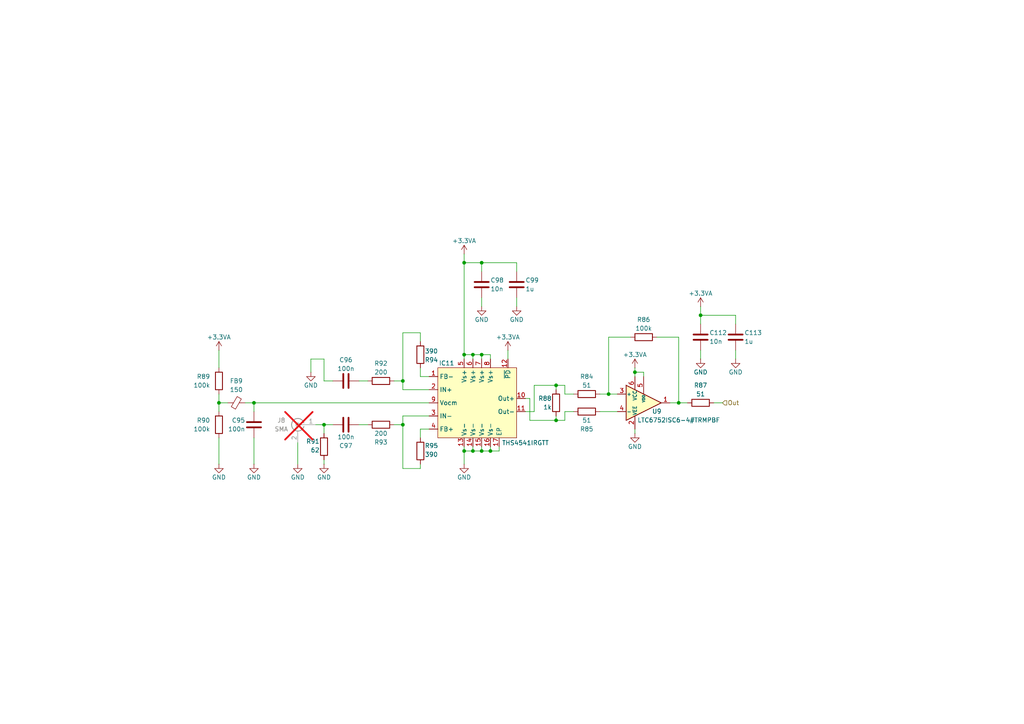
<source format=kicad_sch>
(kicad_sch (version 20250114) (generator "eeschema") (generator_version "9.0")
  (paper "A4")
  (lib_symbols
    (symbol "1_Symbol_Library:THS4541IRGTT"
      (property "Reference" "IC" (at 0 0 0))
      (property "Value" "THS4541IRGTT" (at 13.716 -11.43 0))
      (symbol "THS4541IRGTT_1_1"
        (rectangle (start -11.43 10.16) (end 11.43 -10.16) (fill (type background)))
        (pin passive line (at -13.97 7.62 0) (length 2.54) (name "FB-") (number "1"))
        (pin passive line (at -13.97 3.81 0) (length 2.54) (name "IN+") (number "2"))
        (pin passive line (at -13.97 0 0) (length 2.54) (name "Vocm") (number "9"))
        (pin passive line (at -13.97 -3.81 0) (length 2.54) (name "IN-") (number "3"))
        (pin passive line (at -13.97 -7.62 0) (length 2.54) (name "FB+") (number "4"))
        (pin passive line (at -3.81 12.7 270) (length 2.54) (name "Vs+") (number "5"))
        (pin passive line (at -3.81 -12.7 90) (length 2.54) (name "Vs-") (number "13"))
        (pin passive line (at -1.27 12.7 270) (length 2.54) (name "Vs+") (number "6"))
        (pin passive line (at -1.27 -12.7 90) (length 2.54) (name "Vs-") (number "14"))
        (pin passive line (at 1.27 12.7 270) (length 2.54) (name "Vs+") (number "7"))
        (pin passive line (at 1.27 -12.7 90) (length 2.54) (name "Vs-") (number "15"))
        (pin passive line (at 3.81 12.7 270) (length 2.54) (name "Vs+") (number "8"))
        (pin passive line (at 3.81 -12.7 90) (length 2.54) (name "Vs-") (number "16"))
        (pin passive line (at 6.35 -12.7 90) (length 2.54) (name "EP") (number "17"))
        (pin passive line (at 8.89 12.7 270) (length 2.54) (name "~{PD}") (number "12"))
        (pin passive line (at 13.97 1.27 180) (length 2.54) (name "Out+") (number "10"))
        (pin passive line (at 13.97 -2.54 180) (length 2.54) (name "Out-") (number "11"))
      )
    )
    (symbol "Comparator:LTC6752xSC6-4" (pin_names (offset 0.127))
      (property "Reference" "U" (at 3.81 -5.08 0))
      (property "Value" "LTC6752xSC6-4" (at 3.81 -7.62 0))
      (symbol "LTC6752xSC6-4_1_1"
        (polyline (pts (xy -5.08 5.08) (xy 5.08 0) (xy -5.08 -5.08) (xy -5.08 5.08)) (stroke (width 0.254)) (fill (type background)))
        (pin input line (at -7.62 2.54 0) (length 2.54) (name "+") (number "3"))
        (pin input line (at -7.62 -2.54 0) (length 2.54) (name "-") (number "4"))
        (pin power_in line (at -2.54 7.62 270) (length 3.81) (name "VCC") (number "6"))
        (pin power_in line (at -2.54 -7.62 90) (length 3.81) (name "VEE") (number "2"))
        (pin power_in line (at 0 7.62 270) (length 5.08) (name "VDD") (number "5"))
        (pin output line (at 7.62 0 180) (length 2.54) (name "~") (number "1"))
      )
    )
    (symbol "Connector:Conn_Coaxial" (pin_names (offset 1.016) (hide yes))
      (property "Reference" "J" (at 0.254 3.048 0))
      (property "Value" "Conn_Coaxial" (at 2.921 0 90))
      (symbol "Conn_Coaxial_0_1"
        (polyline (pts (xy -2.54 0) (xy -0.508 0)))
        (arc (start 1.778 0) (mid 0.222 -1.8079) (end -1.778 -0.508) (stroke (width 0.254)))
        (arc (start -1.778 0.508) (mid 0.2221 1.8084) (end 1.778 0) (stroke (width 0.254)))
        (circle (center 0 0) (radius 0.508) (stroke (width 0.2032)))
        (polyline (pts (xy 0 -2.54) (xy 0 -1.778)))
      )
      (symbol "Conn_Coaxial_1_1"
        (pin passive line (at -5.08 0 0) (length 2.54) (name "In") (number "1"))
        (pin passive line (at 0 -5.08 90) (length 2.54) (name "Ext") (number "2"))
      )
    )
    (symbol "Device:C" (pin_numbers (hide yes)) (pin_names (offset 0.254))
      (property "Reference" "C" (at 0.635 2.54 0))
      (property "Value" "C" (at 0.635 -2.54 0))
      (symbol "C_0_1"
        (polyline (pts (xy -2.032 0.762) (xy 2.032 0.762)) (stroke (width 0.508)))
        (polyline (pts (xy -2.032 -0.762) (xy 2.032 -0.762)) (stroke (width 0.508)))
      )
      (symbol "C_1_1"
        (pin passive line (at 0 3.81 270) (length 2.794) (name "~") (number "1"))
        (pin passive line (at 0 -3.81 90) (length 2.794) (name "~") (number "2"))
      )
    )
    (symbol "Device:FerriteBead_Small" (pin_numbers (hide yes)) (pin_names (offset 0))
      (property "Reference" "FB" (at 1.905 1.27 0))
      (property "Value" "FerriteBead_Small" (at 1.905 -1.27 0))
      (symbol "FerriteBead_Small_0_1"
        (polyline (pts (xy -1.8288 0.2794) (xy -1.1176 1.4986) (xy 1.8288 -0.2032) (xy 1.1176 -1.4224) (xy -1.8288 0.2794)))
        (polyline (pts (xy 0 0.889) (xy 0 1.2954)))
        (polyline (pts (xy 0 -1.27) (xy 0 -0.7874)))
      )
      (symbol "FerriteBead_Small_1_1"
        (pin passive line (at 0 2.54 270) (length 1.27) (name "~") (number "1"))
        (pin passive line (at 0 -2.54 90) (length 1.27) (name "~") (number "2"))
      )
    )
    (symbol "Device:R" (pin_numbers (hide yes)) (pin_names (offset 0))
      (property "Reference" "R" (at 2.032 0 90))
      (property "Value" "R" (at 0 0 90))
      (symbol "R_0_1"
        (rectangle (start -1.016 -2.54) (end 1.016 2.54) (stroke (width 0.254)))
      )
      (symbol "R_1_1"
        (pin passive line (at 0 3.81 270) (length 1.27) (name "~") (number "1"))
        (pin passive line (at 0 -3.81 90) (length 1.27) (name "~") (number "2"))
      )
    )
    (symbol "power:+3.3VA" (power) (pin_numbers (hide yes)) (pin_names (offset 0) (hide yes))
      (property "Value" "+3.3VA" (at 0 3.556 0))
      (symbol "+3.3VA_0_1"
        (polyline (pts (xy -0.762 1.27) (xy 0 2.54)))
        (polyline (pts (xy 0 2.54) (xy 0.762 1.27)))
        (polyline (pts (xy 0 0) (xy 0 2.54)))
      )
      (symbol "+3.3VA_1_1"
        (pin power_in line (at 0 0 90) (length 0) (name "~") (number "1"))
      )
    )
    (symbol "power:GND" (power) (pin_numbers (hide yes)) (pin_names (offset 0) (hide yes))
      (property "Value" "GND" (at 0 -3.81 0))
      (symbol "GND_0_1"
        (polyline (pts (xy 0 0) (xy 0 -1.27) (xy 1.27 -1.27) (xy 0 -2.54) (xy -1.27 -1.27) (xy 0 -1.27)))
      )
      (symbol "GND_1_1"
        (pin power_in line (at 0 0 270) (length 0) (name "~") (number "1"))
      )
    )
  )
  (junction (at 93.98 123.19))
  (junction (at 134.62 130.81))
  (junction (at 134.62 76.2))
  (junction (at 116.84 110.49))
  (junction (at 161.29 111.76))
  (junction (at 184.15 107.95))
  (junction (at 137.16 102.87))
  (junction (at 203.2 91.44))
  (junction (at 139.7 130.81))
  (junction (at 137.16 130.81))
  (junction (at 139.7 102.87))
  (junction (at 196.85 116.84))
  (junction (at 73.66 116.84))
  (junction (at 139.7 76.2))
  (junction (at 63.5 116.84))
  (junction (at 176.53 114.3))
  (junction (at 161.29 121.92))
  (junction (at 142.24 130.81))
  (junction (at 134.62 102.87))
  (junction (at 116.84 123.19))
  (wire (pts (xy 182.88 97.79) (xy 176.53 97.79)))
  (wire (pts (xy 184.15 109.22) (xy 184.15 107.95)))
  (wire (pts (xy 153.67 115.57) (xy 152.4 115.57)))
  (wire (pts (xy 144.78 130.81) (xy 142.24 130.81)))
  (wire (pts (xy 93.98 104.14) (xy 93.98 110.49)))
  (wire (pts (xy 134.62 102.87) (xy 134.62 104.14)))
  (wire (pts (xy 139.7 130.81) (xy 137.16 130.81)))
  (wire (pts (xy 114.3 110.49) (xy 116.84 110.49)))
  (wire (pts (xy 142.24 130.81) (xy 139.7 130.81)))
  (wire (pts (xy 163.83 114.3) (xy 166.37 114.3)))
  (wire (pts (xy 63.5 114.3) (xy 63.5 116.84)))
  (wire (pts (xy 213.36 101.6) (xy 213.36 104.14)))
  (wire (pts (xy 116.84 120.65) (xy 124.46 120.65)))
  (wire (pts (xy 139.7 129.54) (xy 139.7 130.81)))
  (wire (pts (xy 139.7 104.14) (xy 139.7 102.87)))
  (wire (pts (xy 184.15 107.95) (xy 186.69 107.95)))
  (wire (pts (xy 124.46 124.46) (xy 121.92 124.46)))
  (wire (pts (xy 161.29 111.76) (xy 163.83 111.76)))
  (wire (pts (xy 137.16 130.81) (xy 134.62 130.81)))
  (wire (pts (xy 116.84 110.49) (xy 116.84 113.03)))
  (wire (pts (xy 213.36 93.98) (xy 213.36 91.44)))
  (wire (pts (xy 161.29 113.03) (xy 161.29 111.76)))
  (wire (pts (xy 139.7 86.36) (xy 139.7 88.9)))
  (wire (pts (xy 121.92 135.89) (xy 116.84 135.89)))
  (wire (pts (xy 163.83 111.76) (xy 163.83 114.3)))
  (wire (pts (xy 121.92 109.22) (xy 121.92 106.68)))
  (wire (pts (xy 196.85 116.84) (xy 199.39 116.84)))
  (wire (pts (xy 134.62 130.81) (xy 134.62 134.62)))
  (wire (pts (xy 163.83 121.92) (xy 163.83 119.38)))
  (wire (pts (xy 163.83 119.38) (xy 166.37 119.38)))
  (wire (pts (xy 213.36 91.44) (xy 203.2 91.44)))
  (wire (pts (xy 190.5 97.79) (xy 196.85 97.79)))
  (wire (pts (xy 93.98 110.49) (xy 96.52 110.49)))
  (wire (pts (xy 142.24 129.54) (xy 142.24 130.81)))
  (wire (pts (xy 114.3 123.19) (xy 116.84 123.19)))
  (wire (pts (xy 194.31 116.84) (xy 196.85 116.84)))
  (wire (pts (xy 63.5 101.6) (xy 63.5 106.68)))
  (wire (pts (xy 154.94 119.38) (xy 152.4 119.38)))
  (wire (pts (xy 149.86 78.74) (xy 149.86 76.2)))
  (wire (pts (xy 116.84 123.19) (xy 116.84 120.65)))
  (wire (pts (xy 153.67 121.92) (xy 153.67 115.57)))
  (wire (pts (xy 116.84 110.49) (xy 116.84 96.52)))
  (wire (pts (xy 134.62 102.87) (xy 137.16 102.87)))
  (wire (pts (xy 86.36 128.27) (xy 86.36 134.62)))
  (wire (pts (xy 121.92 96.52) (xy 116.84 96.52)))
  (wire (pts (xy 134.62 73.66) (xy 134.62 76.2)))
  (wire (pts (xy 124.46 109.22) (xy 121.92 109.22)))
  (wire (pts (xy 63.5 116.84) (xy 66.04 116.84)))
  (wire (pts (xy 173.99 114.3) (xy 176.53 114.3)))
  (wire (pts (xy 91.44 123.19) (xy 93.98 123.19)))
  (wire (pts (xy 149.86 86.36) (xy 149.86 88.9)))
  (wire (pts (xy 63.5 116.84) (xy 63.5 119.38)))
  (wire (pts (xy 207.01 116.84) (xy 209.55 116.84)))
  (wire (pts (xy 137.16 129.54) (xy 137.16 130.81)))
  (wire (pts (xy 173.99 119.38) (xy 179.07 119.38)))
  (wire (pts (xy 186.69 107.95) (xy 186.69 109.22)))
  (wire (pts (xy 203.2 101.6) (xy 203.2 104.14)))
  (wire (pts (xy 154.94 111.76) (xy 161.29 111.76)))
  (wire (pts (xy 93.98 123.19) (xy 96.52 123.19)))
  (wire (pts (xy 104.14 123.19) (xy 106.68 123.19)))
  (wire (pts (xy 121.92 134.62) (xy 121.92 135.89)))
  (wire (pts (xy 176.53 114.3) (xy 179.07 114.3)))
  (wire (pts (xy 90.17 104.14) (xy 93.98 104.14)))
  (wire (pts (xy 137.16 102.87) (xy 139.7 102.87)))
  (wire (pts (xy 142.24 102.87) (xy 139.7 102.87)))
  (wire (pts (xy 121.92 124.46) (xy 121.92 127)))
  (wire (pts (xy 134.62 76.2) (xy 139.7 76.2)))
  (wire (pts (xy 184.15 124.46) (xy 184.15 125.73)))
  (wire (pts (xy 147.32 101.6) (xy 147.32 104.14)))
  (wire (pts (xy 137.16 104.14) (xy 137.16 102.87)))
  (wire (pts (xy 144.78 129.54) (xy 144.78 130.81)))
  (wire (pts (xy 73.66 116.84) (xy 124.46 116.84)))
  (wire (pts (xy 104.14 110.49) (xy 106.68 110.49)))
  (wire (pts (xy 161.29 120.65) (xy 161.29 121.92)))
  (wire (pts (xy 90.17 104.14) (xy 90.17 107.95)))
  (wire (pts (xy 139.7 78.74) (xy 139.7 76.2)))
  (wire (pts (xy 149.86 76.2) (xy 139.7 76.2)))
  (wire (pts (xy 196.85 116.84) (xy 196.85 97.79)))
  (wire (pts (xy 63.5 127) (xy 63.5 134.62)))
  (wire (pts (xy 71.12 116.84) (xy 73.66 116.84)))
  (wire (pts (xy 203.2 93.98) (xy 203.2 91.44)))
  (wire (pts (xy 134.62 76.2) (xy 134.62 102.87)))
  (wire (pts (xy 93.98 133.35) (xy 93.98 134.62)))
  (wire (pts (xy 116.84 123.19) (xy 116.84 135.89)))
  (wire (pts (xy 153.67 121.92) (xy 161.29 121.92)))
  (wire (pts (xy 154.94 111.76) (xy 154.94 119.38)))
  (wire (pts (xy 203.2 88.9) (xy 203.2 91.44)))
  (wire (pts (xy 73.66 127) (xy 73.66 134.62)))
  (wire (pts (xy 93.98 123.19) (xy 93.98 125.73)))
  (wire (pts (xy 134.62 129.54) (xy 134.62 130.81)))
  (wire (pts (xy 73.66 116.84) (xy 73.66 119.38)))
  (wire (pts (xy 142.24 104.14) (xy 142.24 102.87)))
  (wire (pts (xy 176.53 97.79) (xy 176.53 114.3)))
  (wire (pts (xy 184.15 106.68) (xy 184.15 107.95)))
  (wire (pts (xy 116.84 113.03) (xy 124.46 113.03)))
  (wire (pts (xy 161.29 121.92) (xy 163.83 121.92)))
  (wire (pts (xy 121.92 99.06) (xy 121.92 96.52)))
  (hierarchical_label "Out" (shape input) (at 209.55 116.84 0))
  (symbol (lib_id "power:+3.3VA") (at 147.32 101.6 0) (unit 1)
    (property "Reference" "#PWR0241" (effects (hide yes)))
    (property "Value" "+3.3VA" (at 147.32 97.79 0))
    (property "Description" "Power symbol creates a global label with name \"+3.3VA\"" (effects (hide yes)))
    (instances (project "Clocker_v1" (path "" (reference "#PWR0230") (unit 1)) (path "" (reference "#PWR0241") (unit 1))))
  )
  (symbol (lib_id "Device:R") (at 170.18 114.3 90) (unit 1)
    (property "Reference" "R104" (at 170.18 109.22 90))
    (property "Value" "51" (at 170.18 111.76 90))
    (property "Footprint" "Resistor_SMD:R_0402_1005Metric" (effects (hide yes)))
    (property "Description" "Resistor" (effects (hide yes)))
    (instances (project "Clocker_v1" (path "" (reference "R84") (unit 1)) (path "" (reference "R104") (unit 1))))
  )
  (symbol (lib_id "Device:R") (at 121.92 102.87 180) (unit 1)
    (property "Reference" "R101" (at 123.19 104.3941 0) (effects (justify right)))
    (property "Value" "390" (at 123.19 101.8541 0) (effects (justify right)))
    (property "Footprint" "Resistor_SMD:R_0402_1005Metric" (effects (hide yes)))
    (property "Description" "Resistor" (effects (hide yes)))
    (instances (project "Clocker_v1" (path "" (reference "R94") (unit 1)) (path "" (reference "R101") (unit 1))))
  )
  (symbol (lib_id "Device:C") (at 203.2 97.79 0) (unit 1)
    (property "Reference" "C110" (at 205.74 96.5199 0) (effects (justify left)))
    (property "Value" "10n" (at 205.74 99.0599 0) (effects (justify left)))
    (property "Footprint" "Capacitor_SMD:C_0402_1005Metric" (effects (hide yes)))
    (property "Description" "Unpolarized capacitor" (effects (hide yes)))
    (instances (project "Clocker_v1" (path "" (reference "C112") (unit 1)) (path "" (reference "C110") (unit 1))))
  )
  (symbol (lib_id "power:GND") (at 213.36 104.14 0) (unit 1)
    (property "Reference" "#PWR0273" (effects (hide yes)))
    (property "Value" "GND" (at 213.36 107.95 0))
    (property "Description" "Power symbol creates a global label with name \"GND\" , ground" (effects (hide yes)))
    (instances (project "Clocker_v1" (path "" (reference "#PWR0275") (unit 1)) (path "" (reference "#PWR0273") (unit 1))))
  )
  (symbol (lib_id "Device:C") (at 100.33 123.19 90) (mirror x) (unit 1)
    (property "Reference" "C102" (at 100.33 129.286 90))
    (property "Value" "100n" (at 100.33 126.746 90))
    (property "Footprint" "Capacitor_SMD:C_0402_1005Metric" (effects (hide yes)))
    (property "Description" "Unpolarized capacitor" (effects (hide yes)))
    (instances (project "Clocker_v1" (path "" (reference "C97") (unit 1)) (path "" (reference "C102") (unit 1))))
  )
  (symbol (lib_id "Device:R") (at 161.29 116.84 0) (unit 1)
    (property "Reference" "R103" (at 160.02 115.5699 0) (effects (justify right)))
    (property "Value" "1k" (at 160.02 118.1099 0) (effects (justify right)))
    (property "Footprint" "Resistor_SMD:R_0402_1005Metric" (effects (hide yes)))
    (property "Description" "Resistor" (effects (hide yes)))
    (instances (project "Clocker_v1" (path "" (reference "R88") (unit 1)) (path "" (reference "R103") (unit 1))))
  )
  (symbol (lib_id "Device:C") (at 213.36 97.79 0) (unit 1)
    (property "Reference" "C111" (at 215.9 96.5199 0) (effects (justify left)))
    (property "Value" "1u" (at 215.9 99.0599 0) (effects (justify left)))
    (property "Footprint" "Capacitor_SMD:C_0603_1608Metric" (effects (hide yes)))
    (property "Description" "Unpolarized capacitor" (effects (hide yes)))
    (instances (project "Clocker_v1" (path "" (reference "C113") (unit 1)) (path "" (reference "C111") (unit 1))))
  )
  (symbol (lib_id "power:GND") (at 203.2 104.14 0) (unit 1)
    (property "Reference" "#PWR0272" (effects (hide yes)))
    (property "Value" "GND" (at 203.2 107.95 0))
    (property "Description" "Power symbol creates a global label with name \"GND\" , ground" (effects (hide yes)))
    (instances (project "Clocker_v1" (path "" (reference "#PWR0274") (unit 1)) (path "" (reference "#PWR0272") (unit 1))))
  )
  (symbol (lib_id "Device:FerriteBead_Small") (at 68.58 116.84 90) (unit 1)
    (property "Reference" "FB10" (at 68.5419 110.49 90))
    (property "Value" "150" (at 68.5419 113.03 90))
    (property "Footprint" "Inductor_SMD:L_0805_2012Metric" (effects (hide yes)))
    (property "Description" "Ferrite bead, small symbol" (effects (hide yes)))
    (instances (project "Clocker_v1" (path "" (reference "FB9") (unit 1)) (path "" (reference "FB10") (unit 1))))
  )
  (symbol (lib_id "Device:R") (at 186.69 97.79 90) (unit 1)
    (property "Reference" "R106" (at 186.69 92.71 90))
    (property "Value" "100k" (at 186.69 95.25 90))
    (property "Footprint" "Resistor_SMD:R_0402_1005Metric" (effects (hide yes)))
    (property "Description" "Resistor" (effects (hide yes)))
    (instances (project "Clocker_v1" (path "" (reference "R86") (unit 1)) (path "" (reference "R106") (unit 1))))
  )
  (symbol (lib_id "Device:C") (at 73.66 123.19 0) (mirror y) (unit 1)
    (property "Reference" "C100" (at 71.12 121.9199 0) (effects (justify left)))
    (property "Value" "100n" (at 71.12 124.4599 0) (effects (justify left)))
    (property "Footprint" "Capacitor_SMD:C_0402_1005Metric" (effects (hide yes)))
    (property "Description" "Unpolarized capacitor" (effects (hide yes)))
    (instances (project "Clocker_v1" (path "" (reference "C95") (unit 1)) (path "" (reference "C100") (unit 1))))
  )
  (symbol (lib_id "1_Symbol_Library:THS4541IRGTT") (at 138.43 116.84 0) (unit 1)
    (property "Reference" "IC12" (at 129.54 105.3398 0))
    (property "Value" "THS4541IRGTT" (at 152.4 128.4538 0))
    (property "Footprint" "1_Footprint_Library:VQFN-16-1EP_3x3mm_P0.5mm_EP1.45x1.45mm" (effects (hide yes)))
    (instances (project "Clocker_v1" (path "" (reference "IC11") (unit 1)) (path "" (reference "IC12") (unit 1))))
  )
  (symbol (lib_id "Device:R") (at 203.2 116.84 90) (unit 1)
    (property "Reference" "R107" (at 203.2 111.76 90))
    (property "Value" "51" (at 203.2 114.3 90))
    (property "Footprint" "Resistor_SMD:R_0402_1005Metric" (effects (hide yes)))
    (property "Description" "Resistor" (effects (hide yes)))
    (instances (project "Clocker_v1" (path "" (reference "R87") (unit 1)) (path "" (reference "R107") (unit 1))))
  )
  (symbol (lib_id "Device:C") (at 100.33 110.49 90) (unit 1)
    (property "Reference" "C101" (at 100.33 104.394 90))
    (property "Value" "100n" (at 100.33 106.934 90))
    (property "Footprint" "Capacitor_SMD:C_0402_1005Metric" (effects (hide yes)))
    (property "Description" "Unpolarized capacitor" (effects (hide yes)))
    (instances (project "Clocker_v1" (path "" (reference "C96") (unit 1)) (path "" (reference "C101") (unit 1))))
  )
  (symbol (lib_id "power:GND") (at 184.15 125.73 0) (unit 1)
    (property "Reference" "#PWR0244" (effects (hide yes)))
    (property "Value" "GND" (at 184.15 129.54 0))
    (property "Description" "Power symbol creates a global label with name \"GND\" , ground" (effects (hide yes)))
    (instances (project "Clocker_v1" (path "" (reference "#PWR0216") (unit 1)) (path "" (reference "#PWR0244") (unit 1))))
  )
  (symbol (lib_id "power:GND") (at 149.86 88.9 0) (unit 1)
    (property "Reference" "#PWR0242" (effects (hide yes)))
    (property "Value" "GND" (at 149.86 92.71 0))
    (property "Description" "Power symbol creates a global label with name \"GND\" , ground" (effects (hide yes)))
    (instances (project "Clocker_v1" (path "" (reference "#PWR0231") (unit 1)) (path "" (reference "#PWR0242") (unit 1))))
  )
  (symbol (lib_id "power:GND") (at 63.5 134.62 0) (unit 1)
    (property "Reference" "#PWR0233" (effects (hide yes)))
    (property "Value" "GND" (at 63.5 138.43 0))
    (property "Description" "Power symbol creates a global label with name \"GND\" , ground" (effects (hide yes)))
    (instances (project "Clocker_v1" (path "" (reference "#PWR0222") (unit 1)) (path "" (reference "#PWR0233") (unit 1))))
  )
  (symbol (lib_id "power:GND") (at 139.7 88.9 0) (unit 1)
    (property "Reference" "#PWR0240" (effects (hide yes)))
    (property "Value" "GND" (at 139.7 92.71 0))
    (property "Description" "Power symbol creates a global label with name \"GND\" , ground" (effects (hide yes)))
    (instances (project "Clocker_v1" (path "" (reference "#PWR0229") (unit 1)) (path "" (reference "#PWR0240") (unit 1))))
  )
  (symbol (lib_id "Device:R") (at 110.49 110.49 90) (unit 1)
    (property "Reference" "R99" (at 110.49 105.41 90))
    (property "Value" "200" (at 110.49 107.95 90))
    (property "Footprint" "Resistor_SMD:R_0402_1005Metric" (effects (hide yes)))
    (property "Description" "Resistor" (effects (hide yes)))
    (instances (project "Clocker_v1" (path "" (reference "R92") (unit 1)) (path "" (reference "R99") (unit 1))))
  )
  (symbol (lib_id "power:+3.3VA") (at 203.2 88.9 0) (unit 1)
    (property "Reference" "#PWR0276" (effects (hide yes)))
    (property "Value" "+3.3VA" (at 203.2 85.09 0))
    (property "Description" "Power symbol creates a global label with name \"+3.3VA\"" (effects (hide yes)))
    (instances (project "Clocker_v1" (path "" (reference "#PWR0277") (unit 1)) (path "" (reference "#PWR0276") (unit 1))))
  )
  (symbol (lib_id "Connector:Conn_Coaxial") (at 86.36 123.19 0) (mirror y) (unit 1) (dnp yes)
    (property "Reference" "J9" (at 81.5974 121.92 0))
    (property "Value" "SMA" (at 81.5974 124.46 0))
    (property "Footprint" "1_Footprint_Library:73251-115" (effects (hide yes)))
    (property "Description" "coaxial connector (BNC, SMA, SMB, SMC, Cinch/RCA, LEMO, ...)" (effects (hide yes)))
    (instances (project "Clocker_v1" (path "" (reference "J8") (unit 1)) (path "" (reference "J9") (unit 1))))
  )
  (symbol (lib_id "power:+3.3VA") (at 184.15 106.68 0) (unit 1)
    (property "Reference" "#PWR0243" (effects (hide yes)))
    (property "Value" "+3.3VA" (at 184.15 102.87 0))
    (property "Description" "Power symbol creates a global label with name \"+3.3VA\"" (effects (hide yes)))
    (instances (project "Clocker_v1" (path "" (reference "#PWR0215") (unit 1)) (path "" (reference "#PWR0243") (unit 1))))
  )
  (symbol (lib_id "Device:R") (at 110.49 123.19 90) (mirror x) (unit 1)
    (property "Reference" "R100" (at 110.49 128.27 90))
    (property "Value" "200" (at 110.49 125.73 90))
    (property "Footprint" "Resistor_SMD:R_0402_1005Metric" (effects (hide yes)))
    (property "Description" "Resistor" (effects (hide yes)))
    (instances (project "Clocker_v1" (path "" (reference "R93") (unit 1)) (path "" (reference "R100") (unit 1))))
  )
  (symbol (lib_id "power:GND") (at 93.98 134.62 0) (unit 1)
    (property "Reference" "#PWR0237" (effects (hide yes)))
    (property "Value" "GND" (at 93.98 138.43 0))
    (property "Description" "Power symbol creates a global label with name \"GND\" , ground" (effects (hide yes)))
    (instances (project "Clocker_v1" (path "" (reference "#PWR0226") (unit 1)) (path "" (reference "#PWR0237") (unit 1))))
  )
  (symbol (lib_id "power:GND") (at 73.66 134.62 0) (mirror y) (unit 1)
    (property "Reference" "#PWR0234" (effects (hide yes)))
    (property "Value" "GND" (at 73.66 138.43 0))
    (property "Description" "Power symbol creates a global label with name \"GND\" , ground" (effects (hide yes)))
    (instances (project "Clocker_v1" (path "" (reference "#PWR0223") (unit 1)) (path "" (reference "#PWR0234") (unit 1))))
  )
  (symbol (lib_id "Device:C") (at 149.86 82.55 0) (unit 1)
    (property "Reference" "C104" (at 152.4 81.2799 0) (effects (justify left)))
    (property "Value" "1u" (at 152.4 83.8199 0) (effects (justify left)))
    (property "Footprint" "Capacitor_SMD:C_0603_1608Metric" (effects (hide yes)))
    (property "Description" "Unpolarized capacitor" (effects (hide yes)))
    (instances (project "Clocker_v1" (path "" (reference "C99") (unit 1)) (path "" (reference "C104") (unit 1))))
  )
  (symbol (lib_id "Device:R") (at 93.98 129.54 0) (unit 1)
    (property "Reference" "R98" (at 92.71 128.0159 0) (effects (justify right)))
    (property "Value" "62" (at 92.71 130.5559 0) (effects (justify right)))
    (property "Footprint" "Resistor_SMD:R_0402_1005Metric" (effects (hide yes)))
    (property "Description" "Resistor" (effects (hide yes)))
    (instances (project "Clocker_v1" (path "" (reference "R91") (unit 1)) (path "" (reference "R98") (unit 1))))
  )
  (symbol (lib_id "Device:R") (at 170.18 119.38 90) (mirror x) (unit 1)
    (property "Reference" "R105" (at 170.18 124.46 90))
    (property "Value" "51" (at 170.18 121.92 90))
    (property "Footprint" "Resistor_SMD:R_0402_1005Metric" (effects (hide yes)))
    (property "Description" "Resistor" (effects (hide yes)))
    (instances (project "Clocker_v1" (path "" (reference "R85") (unit 1)) (path "" (reference "R105") (unit 1))))
  )
  (symbol (lib_id "Device:C") (at 139.7 82.55 0) (unit 1)
    (property "Reference" "C103" (at 142.24 81.2799 0) (effects (justify left)))
    (property "Value" "10n" (at 142.24 83.8199 0) (effects (justify left)))
    (property "Footprint" "Capacitor_SMD:C_0402_1005Metric" (effects (hide yes)))
    (property "Description" "Unpolarized capacitor" (effects (hide yes)))
    (instances (project "Clocker_v1" (path "" (reference "C98") (unit 1)) (path "" (reference "C103") (unit 1))))
  )
  (symbol (lib_id "power:+3.3VA") (at 134.62 73.66 0) (unit 1)
    (property "Reference" "#PWR0238" (effects (hide yes)))
    (property "Value" "+3.3VA" (at 134.62 69.85 0))
    (property "Description" "Power symbol creates a global label with name \"+3.3VA\"" (effects (hide yes)))
    (instances (project "Clocker_v1" (path "" (reference "#PWR0227") (unit 1)) (path "" (reference "#PWR0238") (unit 1))))
  )
  (symbol (lib_id "power:GND") (at 90.17 107.95 0) (unit 1)
    (property "Reference" "#PWR0236" (effects (hide yes)))
    (property "Value" "GND" (at 90.17 111.76 0))
    (property "Description" "Power symbol creates a global label with name \"GND\" , ground" (effects (hide yes)))
    (instances (project "Clocker_v1" (path "" (reference "#PWR0225") (unit 1)) (path "" (reference "#PWR0236") (unit 1))))
  )
  (symbol (lib_id "power:GND") (at 86.36 134.62 0) (unit 1)
    (property "Reference" "#PWR0235" (effects (hide yes)))
    (property "Value" "GND" (at 86.36 138.43 0))
    (property "Description" "Power symbol creates a global label with name \"GND\" , ground" (effects (hide yes)))
    (instances (project "Clocker_v1" (path "" (reference "#PWR0224") (unit 1)) (path "" (reference "#PWR0235") (unit 1))))
  )
  (symbol (lib_id "Device:R") (at 63.5 110.49 0) (mirror y) (unit 1)
    (property "Reference" "R96" (at 60.96 109.2199 0) (effects (justify left)))
    (property "Value" "100k" (at 60.96 111.7599 0) (effects (justify left)))
    (property "Footprint" "Resistor_SMD:R_0402_1005Metric" (effects (hide yes)))
    (property "Description" "Resistor" (effects (hide yes)))
    (instances (project "Clocker_v1" (path "" (reference "R89") (unit 1)) (path "" (reference "R96") (unit 1))))
  )
  (symbol (lib_id "Comparator:LTC6752xSC6-4") (at 186.69 116.84 0) (unit 1)
    (property "Reference" "U10" (at 190.5 119.3098 0))
    (property "Value" "LTC6752ISC6-4#TRMPBF" (at 196.85 121.8498 0))
    (property "Footprint" "Package_TO_SOT_SMD:SOT-363_SC-70-6" (effects (hide yes)))
    (property "Datasheet" "https://www.analog.com/media/en/technical-documentation/data-sheets/6752fc.pdf" (effects (hide yes)))
    (property "Description" "Single 280Mhz 2.9ns Comparator, Rail-to-Rail Inputs, CMOS Output, SC-70" (effects (hide yes)))
    (instances (project "Clocker_v1" (path "" (reference "U9") (unit 1)) (path "" (reference "U10") (unit 1))))
  )
  (symbol (lib_id "Device:R") (at 63.5 123.19 0) (mirror y) (unit 1)
    (property "Reference" "R97" (at 60.96 121.9199 0) (effects (justify left)))
    (property "Value" "100k" (at 60.96 124.4599 0) (effects (justify left)))
    (property "Footprint" "Resistor_SMD:R_0402_1005Metric" (effects (hide yes)))
    (property "Description" "Resistor" (effects (hide yes)))
    (instances (project "Clocker_v1" (path "" (reference "R90") (unit 1)) (path "" (reference "R97") (unit 1))))
  )
  (symbol (lib_id "power:GND") (at 134.62 134.62 0) (unit 1)
    (property "Reference" "#PWR0239" (effects (hide yes)))
    (property "Value" "GND" (at 134.62 138.43 0))
    (property "Description" "Power symbol creates a global label with name \"GND\" , ground" (effects (hide yes)))
    (instances (project "Clocker_v1" (path "" (reference "#PWR0228") (unit 1)) (path "" (reference "#PWR0239") (unit 1))))
  )
  (symbol (lib_id "Device:R") (at 121.92 130.81 0) (mirror y) (unit 1)
    (property "Reference" "R102" (at 123.19 129.2859 0) (effects (justify right)))
    (property "Value" "390" (at 123.19 131.8259 0) (effects (justify right)))
    (property "Footprint" "Resistor_SMD:R_0402_1005Metric" (effects (hide yes)))
    (property "Description" "Resistor" (effects (hide yes)))
    (instances (project "Clocker_v1" (path "" (reference "R95") (unit 1)) (path "" (reference "R102") (unit 1))))
  )
  (symbol (lib_id "power:+3.3VA") (at 63.5 101.6 0) (unit 1)
    (property "Reference" "#PWR0232" (effects (hide yes)))
    (property "Value" "+3.3VA" (at 63.5 97.79 0))
    (property "Description" "Power symbol creates a global label with name \"+3.3VA\"" (effects (hide yes)))
    (instances (project "Clocker_v1" (path "" (reference "#PWR0221") (unit 1)) (path "" (reference "#PWR0232") (unit 1))))
  )
)
</source>
